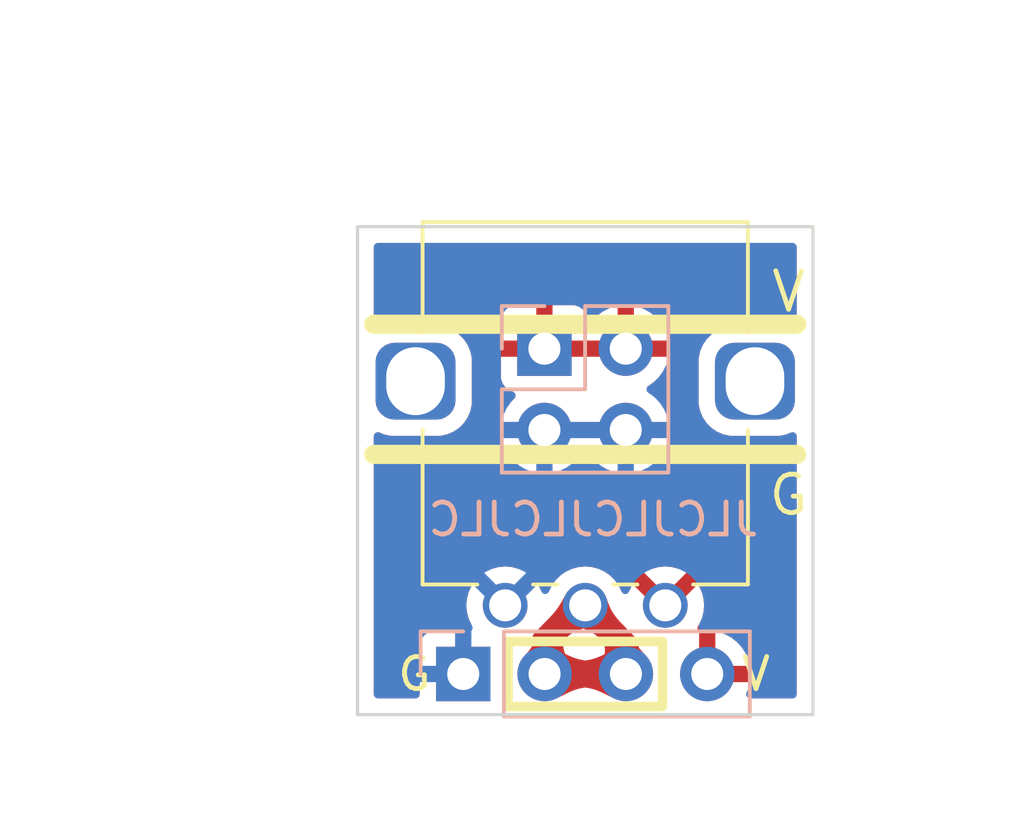
<source format=kicad_pcb>
(kicad_pcb (version 20211014) (generator pcbnew)
  (layers (0 "F.Cu" signal) (31 "B.Cu" signal) (34 "B.Paste" user) (35 "F.Paste" user) (36 "B.SilkS" user "B.Silkscreen") (37 "F.SilkS" user "F.Silkscreen") (38 "B.Mask" user) (39 "F.Mask" user) (44 "Edge.Cuts" user))
  (net 0 "")
  (net 1 "GND")
  (net 2 "/2")
  (net 3 "VDD")
  (footprint "Akiyuki_Footprint:ALPS_RK09D117000B" (layer "F.Cu") (at 107.95 60.706)
    (fp_text reference "RV1" hide)
    (fp_text value "ALPS_RK09D")
    (fp_line (start 5.08 -1.524) (end 5.08 -4.97) (layer "F.SilkS") (width 0.12))
    (fp_line (start -5.08 -1.524) (end -5.08 -4.97) (layer "F.SilkS") (width 0.12))
    (fp_line (start 5.08 6.35) (end 5.08 1.524) (layer "F.SilkS") (width 0.12))
    (fp_line (start 3.37 6.35) (end 5.08 6.35) (layer "F.SilkS") (width 0.12))
    (fp_line (start -5.08 -4.97) (end 5.08 -4.97) (layer "F.SilkS") (width 0.12))
    (fp_line (start -5.08 6.35) (end -3.371 6.35) (layer "F.SilkS") (width 0.12))
    (fp_line (start -1.629 6.35) (end -0.87 6.35) (layer "F.SilkS") (width 0.12))
    (fp_line (start 0.871 6.35) (end 1.63 6.35) (layer "F.SilkS") (width 0.12))
    (fp_line (start -5.08 6.35) (end -5.08 1.524) (layer "F.SilkS") (width 0.12))
    (pad "" thru_hole roundrect (at -5.3 0 90) (size 2.4 2.5) (drill oval 2.12 1.83) (layers *.Cu *.Mask))
    (pad "" thru_hole roundrect (at 5.3 0 90) (size 2.4 2.5) (drill oval 2.12 1.83) (layers *.Cu *.Mask))
    (pad "1" thru_hole circle (at -2.5 7 90) (size 1.4 1.4) (drill 1) (layers *.Cu *.Mask) (net 1 "GND"))
    (pad "2" thru_hole circle (at 0 7 90) (size 1.4 1.4) (drill 1) (layers *.Cu *.Mask) (net 2 "/2"))
    (pad "3" thru_hole circle (at 2.5 7 90) (size 1.4 1.4) (drill 1) (layers *.Cu *.Mask) (net 3 "VDD"))
  )
  (footprint "Connector_PinHeader_2.54mm:PinHeader_2x02_P2.54mm_Vertical" (layer "B.Cu") (at 106.675 59.69 -90)
    (fp_text reference "J1" hide)
    (fp_text value "Conn_02x02_Odd_Even")
    (fp_line (start -1.33 -3.87) (end 3.87 -3.87) (layer "B.SilkS") (width 0.12))
    (fp_line (start -1.33 -1.27) (end 1.27 -1.27) (layer "B.SilkS") (width 0.12))
    (fp_line (start -1.33 -1.27) (end -1.33 -3.87) (layer "B.SilkS") (width 0.12))
    (fp_line (start -1.33 0) (end -1.33 1.33) (layer "B.SilkS") (width 0.12))
    (fp_line (start -1.33 1.33) (end 0 1.33) (layer "B.SilkS") (width 0.12))
    (fp_line (start 3.87 1.33) (end 3.87 -3.87) (layer "B.SilkS") (width 0.12))
    (fp_line (start 1.27 1.33) (end 3.87 1.33) (layer "B.SilkS") (width 0.12))
    (fp_line (start 1.27 -1.27) (end 1.27 1.33) (layer "B.SilkS") (width 0.12))
    (pad "1" thru_hole rect (at 0 0 270) (size 1.7 1.7) (drill 1) (layers *.Cu *.Mask) (net 3 "VDD"))
    (pad "2" thru_hole oval (at 2.54 0 270) (size 1.7 1.7) (drill 1) (layers *.Cu *.Mask) (net 1 "GND"))
    (pad "3" thru_hole oval (at 0 -2.54 270) (size 1.7 1.7) (drill 1) (layers *.Cu *.Mask) (net 3 "VDD"))
    (pad "4" thru_hole oval (at 2.54 -2.54 270) (size 1.7 1.7) (drill 1) (layers *.Cu *.Mask) (net 1 "GND"))
  )
  (footprint "Connector_PinHeader_2.54mm:PinHeader_1x04_P2.54mm_Vertical" (layer "B.Cu") (at 104.14 69.85 -90)
    (fp_text reference "J2" hide)
    (fp_text value "Conn_01x04")
    (fp_line (start -1.33 -1.27) (end -1.33 -8.95) (layer "B.SilkS") (width 0.12))
    (fp_line (start -1.33 -1.27) (end 1.33 -1.27) (layer "B.SilkS") (width 0.12))
    (fp_line (start 1.33 -1.27) (end 1.33 -8.95) (layer "B.SilkS") (width 0.12))
    (fp_line (start -1.33 -8.95) (end 1.33 -8.95) (layer "B.SilkS") (width 0.12))
    (fp_line (start -1.33 1.33) (end 0 1.33) (layer "B.SilkS") (width 0.12))
    (fp_line (start -1.33 0) (end -1.33 1.33) (layer "B.SilkS") (width 0.12))
    (pad "1" thru_hole rect (at 0 0 270) (size 1.7 1.7) (drill 1) (layers *.Cu *.Mask) (net 1 "GND"))
    (pad "2" thru_hole oval (at 0 -2.54 270) (size 1.7 1.7) (drill 1) (layers *.Cu *.Mask) (net 2 "/2"))
    (pad "3" thru_hole oval (at 0 -5.08 270) (size 1.7 1.7) (drill 1) (layers *.Cu *.Mask) (net 2 "/2"))
    (pad "4" thru_hole oval (at 0 -7.62 270) (size 1.7 1.7) (drill 1) (layers *.Cu *.Mask) (net 3 "VDD"))
  )
  (gr_line (start 101.346 62.992) (end 114.554 62.992) (layer "F.SilkS") (width 0.6))
  (gr_line (start 101.346 58.928) (end 114.554 58.928) (layer "F.SilkS") (width 0.6))
  (gr_rect (start 105.537 68.834) (end 110.363 70.866) (layer "F.SilkS") (width 0.3) (fill none))
  (gr_rect (start 100.838 55.88) (end 115.062 71.12) (layer "Edge.Cuts") (width 0.1) (fill none))
  (gr_text "JLCJLCJLCJLC" (at 108.204 65.024) (layer "B.SilkS") (effects (font (size 1 1)) (justify mirror)))
  (gr_text "V" (at 113.284 69.85) (layer "F.SilkS") (effects (font (size 1 1))))
  (gr_text "V" (at 114.3 57.912) (layer "F.SilkS") (effects (font (size 1.2 1.2))))
  (gr_text "G" (at 102.616 69.85) (layer "F.SilkS") (effects (font (size 1 1))))
  (gr_text "G" (at 114.3 64.262) (layer "F.SilkS") (effects (font (size 1.2 1.2))))
  (segment (start 106.68 68.82) (end 106.68 69.85) (width 0.8) (layer "F.Cu") (net 2))
  (segment (start 106.68 69.85) (end 109.22 69.85) (width 0.8) (layer "F.Cu") (net 2))
  (segment (start 107.794 67.706) (end 106.68 68.82) (width 0.8) (layer "F.Cu") (net 2))
  (segment (start 109.22 69.85) (end 109.22 68.976) (width 0.8) (layer "F.Cu") (net 2))
  (segment (start 107.95 67.706) (end 107.794 67.706) (width 0.8) (layer "F.Cu") (net 2))
  (segment (start 109.22 68.976) (end 107.95 67.706) (width 0.8) (layer "F.Cu") (net 2))
  (zone (net 2) (net_name "/2") (layer "F.Cu") (priority 16962) (connect_pads yes (clearance 0)) (min_thickness 0.0254) (fill yes (thermal_gap 0.508) (thermal_bridge_width 0.508))
    (polygon (pts (xy 109.21572 68.406035) (xy 109.107284 68.295567) (xy 109.015684 68.197329) (xy 108.938607 68.108193) (xy 108.873737 68.02503) (xy 108.818759 67.944711) (xy 108.771358 67.864108) (xy 108.72922 67.780092) (xy 108.690029 67.689534) (xy 108.651471 67.589305) (xy 108.611231 67.476278) (xy 107.702513 67.458513) (xy 107.720278 68.367231) (xy 107.833305 68.407471) (xy 107.933534 68.446029) (xy 108.024092 68.48522) (xy 108.108108 68.527358) (xy 108.188711 68.574759) (xy 108.26903 68.629737) (xy 108.352193 68.694607) (xy 108.441329 68.771684) (xy 108.539567 68.863284) (xy 108.650035 68.97172)))
  )
  (zone (net 2) (net_name "/2") (layer "F.Cu") (priority 16962) (connect_pads yes (clearance 0)) (min_thickness 0.0254) (fill yes (thermal_gap 0.508) (thermal_bridge_width 0.508))
    (polygon (pts (xy 107.164675 68.90101) (xy 107.268946 68.799337) (xy 107.362847 68.713872) (xy 107.449155 68.642791) (xy 107.530647 68.584273) (xy 107.610102 68.536495) (xy 107.690297 68.497635) (xy 107.77401 68.46587) (xy 107.86402 68.439377) (xy 107.963103 68.416335) (xy 108.074039 68.394922) (xy 108.232981 67.500035) (xy 107.332566 67.376191) (xy 107.270557 67.490732) (xy 107.213512 67.591736) (xy 107.158624 67.682728) (xy 107.103085 67.76723) (xy 107.044089 67.848768) (xy 106.978828 67.930866) (xy 106.904494 68.017046) (xy 106.818282 68.110833) (xy 106.717382 68.215751) (xy 106.59899 68.335325)))
  )
  (zone (net 2) (net_name "/2") (layer "F.Cu") (priority 16962) (connect_pads yes (clearance 0)) (min_thickness 0.0254) (fill yes (thermal_gap 0.508) (thermal_bridge_width 0.508))
    (polygon (pts (xy 108.37 69.45) (xy 108.180206 69.446314) (xy 108.017887 69.435273) (xy 107.877558 69.416901) (xy 107.753738 69.39122) (xy 107.640945 69.358256) (xy 107.533696 69.318031) (xy 107.42651 69.270569) (xy 107.313904 69.215894) (xy 107.190397 69.15403) (xy 107.050506 69.085) (xy 106.255 69.85) (xy 107.050506 70.615) (xy 107.190397 70.545969) (xy 107.313904 70.484105) (xy 107.42651 70.42943) (xy 107.533696 70.381968) (xy 107.640945 70.341743) (xy 107.753738 70.308779) (xy 107.877558 70.283098) (xy 108.017887 70.264726) (xy 108.180206 70.253685) (xy 108.37 70.25)))
  )
  (zone (net 3) (net_name "VDD") (layer "F.Cu") (connect_pads (clearance 0.508)) (min_thickness 0.254) (fill yes (thermal_gap 0.508) (thermal_bridge_width 0.508))
    (polygon (pts (xy 115.57 72.39) (xy 100.33 72.39) (xy 100.33 54.61) (xy 115.57 54.61)))
  )
  (zone (net 2) (net_name "/2") (layer "F.Cu") (priority 16962) (connect_pads yes (clearance 0)) (min_thickness 0.0254) (fill yes (thermal_gap 0.508) (thermal_bridge_width 0.508))
    (polygon (pts (xy 106.870918 68.063396) (xy 106.737291 68.208043) (xy 106.634239 68.341009) (xy 106.554831 68.464501) (xy 106.492139 68.580723) (xy 106.439233 68.691883) (xy 106.389183 68.800187) (xy 106.33506 68.90784) (xy 106.269935 69.017049) (xy 106.186878 69.13002) (xy 106.07896 69.24896) (xy 106.68 70.275) (xy 107.445 69.479494) (xy 107.400113 69.388369) (xy 107.35753 69.300716) (xy 107.320057 69.21574) (xy 107.290501 69.132645) (xy 107.271668 69.050637) (xy 107.266367 68.968921) (xy 107.277402 68.886702) (xy 107.307583 68.803186) (xy 107.359714 68.717577) (xy 107.436604 68.629082)))
  )
  (zone (net 2) (net_name "/2") (layer "F.Cu") (priority 16962) (connect_pads yes (clearance 0)) (min_thickness 0.0254) (fill yes (thermal_gap 0.508) (thermal_bridge_width 0.508))
    (polygon (pts (xy 108.353088 68.674773) (xy 108.429501 68.758999) (xy 108.487577 68.840166) (xy 108.528674 68.919107) (xy 108.554148 68.996657) (xy 108.56536 69.073651) (xy 108.563666 69.150924) (xy 108.550425 69.229309) (xy 108.526995 69.309643) (xy 108.494734 69.39276) (xy 108.455 69.479494) (xy 109.22 70.275) (xy 109.82104 69.24896) (xy 109.708348 69.129615) (xy 109.616459 69.019668) (xy 109.539442 68.916039) (xy 109.471369 68.815653) (xy 109.406313 68.715431) (xy 109.338344 68.612296) (xy 109.261534 68.503172) (xy 109.169954 68.38498) (xy 109.057677 68.254645) (xy 108.918773 68.109088)))
  )
  (zone (net 2) (net_name "/2") (layer "F.Cu") (priority 16962) (connect_pads yes (clearance 0)) (min_thickness 0.0254) (fill yes (thermal_gap 0.508) (thermal_bridge_width 0.508))
    (polygon (pts (xy 107.53 70.25) (xy 107.719793 70.253685) (xy 107.882112 70.264726) (xy 108.022441 70.283098) (xy 108.146261 70.308779) (xy 108.259054 70.341743) (xy 108.366303 70.381968) (xy 108.473489 70.42943) (xy 108.586095 70.484105) (xy 108.709602 70.545969) (xy 108.849494 70.615) (xy 109.645 69.85) (xy 108.849494 69.085) (xy 108.709602 69.15403) (xy 108.586095 69.215894) (xy 108.473489 69.270569) (xy 108.366303 69.318031) (xy 108.259054 69.358256) (xy 108.146261 69.39122) (xy 108.022441 69.416901) (xy 107.882112 69.435273) (xy 107.719793 69.446314) (xy 107.53 69.45)))
  )
  (zone (net 1) (net_name "GND") (layer "B.Cu") (connect_pads (clearance 0.508)) (min_thickness 0.254) (fill yes (thermal_gap 0.508) (thermal_bridge_width 0.508))
    (polygon (pts (xy 115.57 72.39) (xy 100.33 72.39) (xy 100.33 54.61) (xy 115.57 54.61)))
  )
)
</source>
